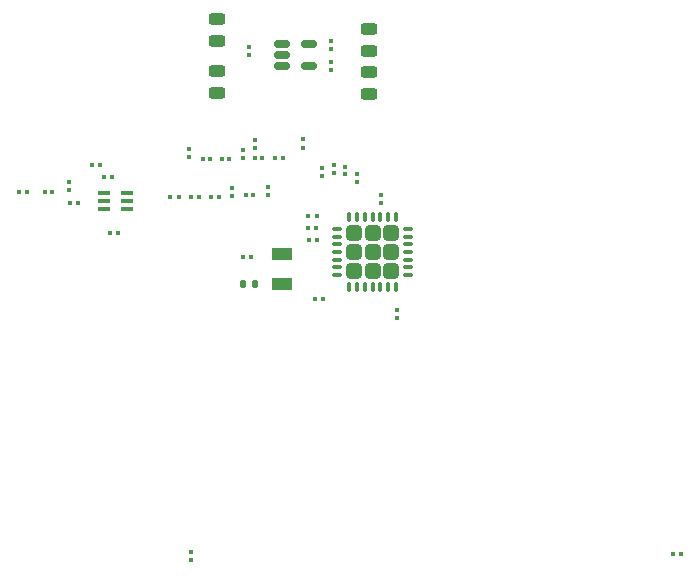
<source format=gtp>
G04 #@! TF.GenerationSoftware,KiCad,Pcbnew,9.99.0-4546-gb76221958b*
G04 #@! TF.CreationDate,2026-01-23T23:05:35+05:00*
G04 #@! TF.ProjectId,Reciver board,52656369-7665-4722-9062-6f6172642e6b,rev?*
G04 #@! TF.SameCoordinates,Original*
G04 #@! TF.FileFunction,Paste,Top*
G04 #@! TF.FilePolarity,Positive*
%FSLAX46Y46*%
G04 Gerber Fmt 4.6, Leading zero omitted, Abs format (unit mm)*
G04 Created by KiCad (PCBNEW 9.99.0-4546-gb76221958b) date 2026-01-23 23:05:35*
%MOMM*%
%LPD*%
G01*
G04 APERTURE LIST*
G04 Aperture macros list*
%AMRoundRect*
0 Rectangle with rounded corners*
0 $1 Rounding radius*
0 $2 $3 $4 $5 $6 $7 $8 $9 X,Y pos of 4 corners*
0 Add a 4 corners polygon primitive as box body*
4,1,4,$2,$3,$4,$5,$6,$7,$8,$9,$2,$3,0*
0 Add four circle primitives for the rounded corners*
1,1,$1+$1,$2,$3*
1,1,$1+$1,$4,$5*
1,1,$1+$1,$6,$7*
1,1,$1+$1,$8,$9*
0 Add four rect primitives between the rounded corners*
20,1,$1+$1,$2,$3,$4,$5,0*
20,1,$1+$1,$4,$5,$6,$7,0*
20,1,$1+$1,$6,$7,$8,$9,0*
20,1,$1+$1,$8,$9,$2,$3,0*%
G04 Aperture macros list end*
%ADD10R,1.800000X1.000000*%
%ADD11RoundRect,0.079500X-0.100500X0.079500X-0.100500X-0.079500X0.100500X-0.079500X0.100500X0.079500X0*%
%ADD12RoundRect,0.079500X0.100500X-0.079500X0.100500X0.079500X-0.100500X0.079500X-0.100500X-0.079500X0*%
%ADD13RoundRect,0.079500X0.079500X0.100500X-0.079500X0.100500X-0.079500X-0.100500X0.079500X-0.100500X0*%
%ADD14RoundRect,0.243750X-0.456250X0.243750X-0.456250X-0.243750X0.456250X-0.243750X0.456250X0.243750X0*%
%ADD15RoundRect,0.140000X-0.140000X-0.170000X0.140000X-0.170000X0.140000X0.170000X-0.140000X0.170000X0*%
%ADD16R,0.300000X0.300000*%
%ADD17RoundRect,0.079500X-0.079500X-0.100500X0.079500X-0.100500X0.079500X0.100500X-0.079500X0.100500X0*%
%ADD18RoundRect,0.249999X-0.395001X-0.395001X0.395001X-0.395001X0.395001X0.395001X-0.395001X0.395001X0*%
%ADD19RoundRect,0.075000X-0.312500X-0.075000X0.312500X-0.075000X0.312500X0.075000X-0.312500X0.075000X0*%
%ADD20RoundRect,0.075000X-0.075000X-0.312500X0.075000X-0.312500X0.075000X0.312500X-0.075000X0.312500X0*%
%ADD21O,1.050000X0.400000*%
%ADD22RoundRect,0.243750X0.456250X-0.243750X0.456250X0.243750X-0.456250X0.243750X-0.456250X-0.243750X0*%
%ADD23RoundRect,0.150000X-0.512500X-0.150000X0.512500X-0.150000X0.512500X0.150000X-0.512500X0.150000X0*%
G04 APERTURE END LIST*
D10*
X39050000Y-50290000D03*
X39050000Y-47790000D03*
D11*
X43180000Y-31532000D03*
X43180000Y-32222000D03*
D12*
X34798000Y-42854000D03*
X34798000Y-42164000D03*
X43434000Y-40949000D03*
X43434000Y-40259000D03*
D13*
X41935000Y-45593000D03*
X41245000Y-45593000D03*
D11*
X36195000Y-30262000D03*
X36195000Y-30952000D03*
X47364000Y-42733000D03*
X47364000Y-43423000D03*
D13*
X42473000Y-51562000D03*
X41783000Y-51562000D03*
X21772000Y-43434000D03*
X21082000Y-43434000D03*
D14*
X46355000Y-28702000D03*
X46355000Y-30577000D03*
D15*
X35736000Y-50292000D03*
X36696000Y-50292000D03*
D16*
X32893000Y-39751000D03*
X32293000Y-39751000D03*
D17*
X31314000Y-42926000D03*
X32004000Y-42926000D03*
X16709000Y-42545000D03*
X17399000Y-42545000D03*
D16*
X44323000Y-40421000D03*
X44323000Y-41021000D03*
D17*
X23948000Y-41275000D03*
X24638000Y-41275000D03*
D18*
X45078000Y-46010000D03*
X45078000Y-47610000D03*
X45078000Y-49210000D03*
X46678000Y-46010000D03*
X46678000Y-47610000D03*
X46678000Y-49210000D03*
X48278000Y-46010000D03*
X48278000Y-47610000D03*
X48278000Y-49210000D03*
D19*
X43690500Y-45660000D03*
X43690500Y-46310000D03*
X43690500Y-46960000D03*
X43690500Y-47610000D03*
X43690500Y-48260000D03*
X43690500Y-48910000D03*
X43690500Y-49560000D03*
D20*
X44728000Y-50597500D03*
X45378000Y-50597500D03*
X46028000Y-50597500D03*
X46678000Y-50597500D03*
X47328000Y-50597500D03*
X47978000Y-50597500D03*
X48628000Y-50597500D03*
D19*
X49665500Y-49560000D03*
X49665500Y-48910000D03*
X49665500Y-48260000D03*
X49665500Y-47610000D03*
X49665500Y-46960000D03*
X49665500Y-46310000D03*
X49665500Y-45660000D03*
D20*
X48628000Y-44622500D03*
X47978000Y-44622500D03*
X47328000Y-44622500D03*
X46678000Y-44622500D03*
X46028000Y-44622500D03*
X45378000Y-44622500D03*
X44728000Y-44622500D03*
D17*
X41304000Y-46543000D03*
X41994000Y-46543000D03*
D11*
X43180000Y-29718000D03*
X43180000Y-30408000D03*
D14*
X33480000Y-27860000D03*
X33480000Y-29735000D03*
D17*
X32965000Y-42926000D03*
X33655000Y-42926000D03*
D16*
X36541000Y-42799000D03*
X35941000Y-42799000D03*
D21*
X25908000Y-43942000D03*
X25908000Y-43292000D03*
X25908000Y-42642000D03*
X23908000Y-42642000D03*
X23908000Y-43292000D03*
X23908000Y-43942000D03*
D12*
X45339000Y-41681000D03*
X45339000Y-40991000D03*
X37846000Y-42763000D03*
X37846000Y-42073000D03*
D17*
X29566000Y-42926000D03*
X30256000Y-42926000D03*
X22932000Y-40259000D03*
X23622000Y-40259000D03*
X24420000Y-45974000D03*
X25110000Y-45974000D03*
D13*
X41940000Y-44577000D03*
X41250000Y-44577000D03*
D12*
X42418000Y-41148000D03*
X42418000Y-40458000D03*
D13*
X72826000Y-73152000D03*
X72136000Y-73152000D03*
D16*
X18958000Y-42545000D03*
X19558000Y-42545000D03*
D11*
X31275000Y-73020000D03*
X31275000Y-73710000D03*
D22*
X33550000Y-34117500D03*
X33550000Y-32242500D03*
D12*
X20955000Y-42346000D03*
X20955000Y-41656000D03*
X35687000Y-39679000D03*
X35687000Y-38989000D03*
D23*
X38989000Y-29972000D03*
X38989000Y-30922000D03*
X38989000Y-31872000D03*
X41264000Y-31872000D03*
X41264000Y-29972000D03*
D17*
X35695000Y-48006000D03*
X36385000Y-48006000D03*
D12*
X31115000Y-39588000D03*
X31115000Y-38898000D03*
X36703000Y-38826000D03*
X36703000Y-38136000D03*
X40767000Y-38760000D03*
X40767000Y-38070000D03*
D16*
X37303000Y-39624000D03*
X36703000Y-39624000D03*
D12*
X48768000Y-53177000D03*
X48768000Y-52487000D03*
D16*
X34509000Y-39751000D03*
X33909000Y-39751000D03*
D17*
X38451000Y-39624000D03*
X39141000Y-39624000D03*
D22*
X46355000Y-34230000D03*
X46355000Y-32355000D03*
M02*

</source>
